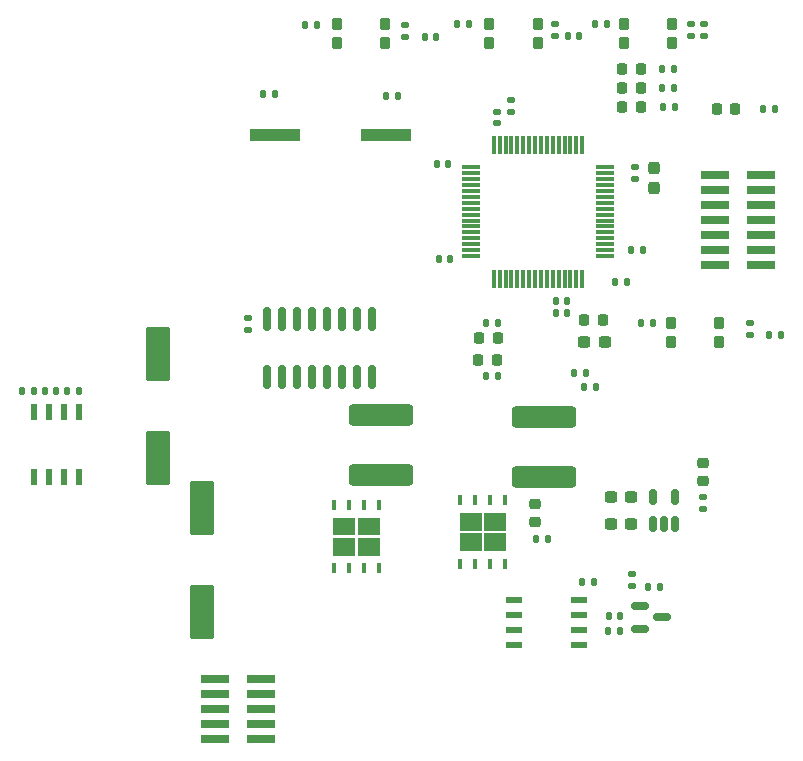
<source format=gbr>
%TF.GenerationSoftware,KiCad,Pcbnew,9.0.0*%
%TF.CreationDate,2025-03-28T09:56:41+01:00*%
%TF.ProjectId,Inverter_KiCAD,496e7665-7274-4657-925f-4b694341442e,rev?*%
%TF.SameCoordinates,Original*%
%TF.FileFunction,Paste,Top*%
%TF.FilePolarity,Positive*%
%FSLAX46Y46*%
G04 Gerber Fmt 4.6, Leading zero omitted, Abs format (unit mm)*
G04 Created by KiCad (PCBNEW 9.0.0) date 2025-03-28 09:56:41*
%MOMM*%
%LPD*%
G01*
G04 APERTURE LIST*
G04 Aperture macros list*
%AMRoundRect*
0 Rectangle with rounded corners*
0 $1 Rounding radius*
0 $2 $3 $4 $5 $6 $7 $8 $9 X,Y pos of 4 corners*
0 Add a 4 corners polygon primitive as box body*
4,1,4,$2,$3,$4,$5,$6,$7,$8,$9,$2,$3,0*
0 Add four circle primitives for the rounded corners*
1,1,$1+$1,$2,$3*
1,1,$1+$1,$4,$5*
1,1,$1+$1,$6,$7*
1,1,$1+$1,$8,$9*
0 Add four rect primitives between the rounded corners*
20,1,$1+$1,$2,$3,$4,$5,0*
20,1,$1+$1,$4,$5,$6,$7,0*
20,1,$1+$1,$6,$7,$8,$9,0*
20,1,$1+$1,$8,$9,$2,$3,0*%
G04 Aperture macros list end*
%ADD10C,0.000000*%
%ADD11RoundRect,0.140000X0.140000X0.170000X-0.140000X0.170000X-0.140000X-0.170000X0.140000X-0.170000X0*%
%ADD12RoundRect,0.135000X-0.135000X-0.185000X0.135000X-0.185000X0.135000X0.185000X-0.135000X0.185000X0*%
%ADD13RoundRect,0.150000X0.150000X-0.512500X0.150000X0.512500X-0.150000X0.512500X-0.150000X-0.512500X0*%
%ADD14RoundRect,0.135000X0.135000X0.185000X-0.135000X0.185000X-0.135000X-0.185000X0.135000X-0.185000X0*%
%ADD15RoundRect,0.140000X-0.140000X-0.170000X0.140000X-0.170000X0.140000X0.170000X-0.140000X0.170000X0*%
%ADD16RoundRect,0.135000X-0.185000X0.135000X-0.185000X-0.135000X0.185000X-0.135000X0.185000X0.135000X0*%
%ADD17RoundRect,0.218750X0.218750X0.256250X-0.218750X0.256250X-0.218750X-0.256250X0.218750X-0.256250X0*%
%ADD18RoundRect,0.250000X2.450000X-0.650000X2.450000X0.650000X-2.450000X0.650000X-2.450000X-0.650000X0*%
%ADD19R,2.400000X0.740000*%
%ADD20RoundRect,0.237500X0.300000X0.237500X-0.300000X0.237500X-0.300000X-0.237500X0.300000X-0.237500X0*%
%ADD21R,1.460500X0.508000*%
%ADD22RoundRect,0.225000X-0.225000X-0.275000X0.225000X-0.275000X0.225000X0.275000X-0.225000X0.275000X0*%
%ADD23RoundRect,0.150000X-0.587500X-0.150000X0.587500X-0.150000X0.587500X0.150000X-0.587500X0.150000X0*%
%ADD24RoundRect,0.135000X0.185000X-0.135000X0.185000X0.135000X-0.185000X0.135000X-0.185000X-0.135000X0*%
%ADD25RoundRect,0.075000X-0.700000X-0.075000X0.700000X-0.075000X0.700000X0.075000X-0.700000X0.075000X0*%
%ADD26RoundRect,0.075000X-0.075000X-0.700000X0.075000X-0.700000X0.075000X0.700000X-0.075000X0.700000X0*%
%ADD27RoundRect,0.140000X-0.170000X0.140000X-0.170000X-0.140000X0.170000X-0.140000X0.170000X0.140000X0*%
%ADD28R,0.409999X0.810001*%
%ADD29RoundRect,0.250001X0.799999X-2.049999X0.799999X2.049999X-0.799999X2.049999X-0.799999X-2.049999X0*%
%ADD30R,4.318000X1.016000*%
%ADD31R,0.508000X1.460500*%
%ADD32RoundRect,0.150000X0.150000X-0.825000X0.150000X0.825000X-0.150000X0.825000X-0.150000X-0.825000X0*%
%ADD33RoundRect,0.218750X0.256250X-0.218750X0.256250X0.218750X-0.256250X0.218750X-0.256250X-0.218750X0*%
%ADD34RoundRect,0.140000X0.170000X-0.140000X0.170000X0.140000X-0.170000X0.140000X-0.170000X-0.140000X0*%
%ADD35RoundRect,0.237500X-0.237500X0.300000X-0.237500X-0.300000X0.237500X-0.300000X0.237500X0.300000X0*%
%ADD36RoundRect,0.250001X-0.799999X2.049999X-0.799999X-2.049999X0.799999X-2.049999X0.799999X2.049999X0*%
%ADD37RoundRect,0.237500X-0.300000X-0.237500X0.300000X-0.237500X0.300000X0.237500X-0.300000X0.237500X0*%
G04 APERTURE END LIST*
D10*
%TO.C,U7*%
G36*
X179700000Y-128499999D02*
G01*
X177833999Y-128499999D01*
X177833999Y-127000000D01*
X179700000Y-127000000D01*
X179700000Y-128499999D01*
G37*
G36*
X179700000Y-126800003D02*
G01*
X177833999Y-126800003D01*
X177833999Y-125300003D01*
X179700000Y-125300003D01*
X179700000Y-126800003D01*
G37*
G36*
X181766001Y-128499999D02*
G01*
X179900000Y-128499999D01*
X179900000Y-127000000D01*
X181766001Y-127000000D01*
X181766001Y-128499999D01*
G37*
G36*
X181766001Y-126800003D02*
G01*
X179900000Y-126800003D01*
X179900000Y-125300003D01*
X181766001Y-125300003D01*
X181766001Y-126800003D01*
G37*
%TO.C,U8*%
G36*
X168997056Y-128889455D02*
G01*
X167131055Y-128889455D01*
X167131055Y-127389456D01*
X168997056Y-127389456D01*
X168997056Y-128889455D01*
G37*
G36*
X168997056Y-127189459D02*
G01*
X167131055Y-127189459D01*
X167131055Y-125689459D01*
X168997056Y-125689459D01*
X168997056Y-127189459D01*
G37*
G36*
X171063057Y-128889455D02*
G01*
X169197056Y-128889455D01*
X169197056Y-127389456D01*
X171063057Y-127389456D01*
X171063057Y-128889455D01*
G37*
G36*
X171063057Y-127189459D02*
G01*
X169197056Y-127189459D01*
X169197056Y-125689459D01*
X171063057Y-125689459D01*
X171063057Y-127189459D01*
G37*
%TD*%
D11*
%TO.C,C29*%
X186939556Y-108372056D03*
X185979556Y-108372056D03*
%TD*%
D12*
%TO.C,R19*%
X194990000Y-89300000D03*
X196010000Y-89300000D03*
%TD*%
D13*
%TO.C,BU33SD5WG-TR1*%
X194200000Y-126200000D03*
X195150000Y-126200000D03*
X196100000Y-126200000D03*
X196100000Y-123925000D03*
X194200000Y-123925000D03*
%TD*%
D14*
%TO.C,R23*%
X194220000Y-109200000D03*
X193200000Y-109200000D03*
%TD*%
D12*
%TO.C,R3*%
X187490000Y-113400000D03*
X188510000Y-113400000D03*
%TD*%
D15*
%TO.C,C5*%
X188220000Y-131100000D03*
X189180000Y-131100000D03*
%TD*%
D16*
%TO.C,R22*%
X202447056Y-109177056D03*
X202447056Y-110197056D03*
%TD*%
D17*
%TO.C,L1*%
X189947056Y-108972056D03*
X188372056Y-108972056D03*
%TD*%
D16*
%TO.C,R16*%
X197397056Y-83877056D03*
X197397056Y-84897056D03*
%TD*%
D17*
%TO.C,D5*%
X180987500Y-112300000D03*
X179412500Y-112300000D03*
%TD*%
D12*
%TO.C,R21*%
X203512056Y-91067056D03*
X204532056Y-91067056D03*
%TD*%
D18*
%TO.C,C1*%
X185000000Y-122250000D03*
X185000000Y-117150000D03*
%TD*%
D19*
%TO.C,J6*%
X203347056Y-104307056D03*
X199447056Y-104307056D03*
X203347056Y-103037056D03*
X199447056Y-103037056D03*
X203347056Y-101767056D03*
X199447056Y-101767056D03*
X203347056Y-100497056D03*
X199447056Y-100497056D03*
X203347056Y-99227056D03*
X199447056Y-99227056D03*
X203347056Y-97957056D03*
X199447056Y-97957056D03*
X203347056Y-96687056D03*
X199447056Y-96687056D03*
%TD*%
D12*
%TO.C,R20*%
X195090000Y-90900000D03*
X196110000Y-90900000D03*
%TD*%
D18*
%TO.C,C4*%
X171200000Y-122100000D03*
X171200000Y-117000000D03*
%TD*%
D14*
%TO.C,R25*%
X165797056Y-83947056D03*
X164777056Y-83947056D03*
%TD*%
D20*
%TO.C,C18*%
X192362500Y-123900000D03*
X190637500Y-123900000D03*
%TD*%
D17*
%TO.C,D10*%
X193175000Y-89300000D03*
X191600000Y-89300000D03*
%TD*%
D21*
%TO.C,U3*%
X182472906Y-132692056D03*
X182472906Y-133962056D03*
X182472906Y-135232056D03*
X182472906Y-136502056D03*
X187921206Y-136502056D03*
X187921206Y-135232056D03*
X187921206Y-133962056D03*
X187921206Y-132692056D03*
%TD*%
D22*
%TO.C,SW2*%
X191747056Y-83897056D03*
X195847056Y-83897056D03*
X191747056Y-85497056D03*
X195847056Y-85497056D03*
%TD*%
D12*
%TO.C,R18*%
X195000000Y-87700000D03*
X196020000Y-87700000D03*
%TD*%
D17*
%TO.C,D11*%
X193187500Y-90900000D03*
X191612500Y-90900000D03*
%TD*%
D14*
%TO.C,R17*%
X190317056Y-83897056D03*
X189297056Y-83897056D03*
%TD*%
D15*
%TO.C,C22*%
X161217056Y-89797056D03*
X162177056Y-89797056D03*
%TD*%
D14*
%TO.C,R14*%
X178610000Y-83900000D03*
X177590000Y-83900000D03*
%TD*%
D23*
%TO.C,Q5*%
X193109556Y-133172056D03*
X193109556Y-135072056D03*
X194984556Y-134122056D03*
%TD*%
D12*
%TO.C,R12*%
X193754556Y-131522056D03*
X194774556Y-131522056D03*
%TD*%
D20*
%TO.C,C17*%
X192362500Y-126200000D03*
X190637500Y-126200000D03*
%TD*%
D24*
%TO.C,R15*%
X182197056Y-91307056D03*
X182197056Y-90287056D03*
%TD*%
D16*
%TO.C,R10*%
X198400000Y-123900000D03*
X198400000Y-124920000D03*
%TD*%
D14*
%TO.C,R1*%
X181110000Y-109200000D03*
X180090000Y-109200000D03*
%TD*%
D25*
%TO.C,U6*%
X178797056Y-96027056D03*
X178797056Y-96527056D03*
X178797056Y-97027056D03*
X178797056Y-97527056D03*
X178797056Y-98027056D03*
X178797056Y-98527056D03*
X178797056Y-99027056D03*
X178797056Y-99527056D03*
X178797056Y-100027056D03*
X178797056Y-100527056D03*
X178797056Y-101027056D03*
X178797056Y-101527056D03*
X178797056Y-102027056D03*
X178797056Y-102527056D03*
X178797056Y-103027056D03*
X178797056Y-103527056D03*
D26*
X180722056Y-105452056D03*
X181222056Y-105452056D03*
X181722056Y-105452056D03*
X182222056Y-105452056D03*
X182722056Y-105452056D03*
X183222056Y-105452056D03*
X183722056Y-105452056D03*
X184222056Y-105452056D03*
X184722056Y-105452056D03*
X185222056Y-105452056D03*
X185722056Y-105452056D03*
X186222056Y-105452056D03*
X186722056Y-105452056D03*
X187222056Y-105452056D03*
X187722056Y-105452056D03*
X188222056Y-105452056D03*
D25*
X190147056Y-103527056D03*
X190147056Y-103027056D03*
X190147056Y-102527056D03*
X190147056Y-102027056D03*
X190147056Y-101527056D03*
X190147056Y-101027056D03*
X190147056Y-100527056D03*
X190147056Y-100027056D03*
X190147056Y-99527056D03*
X190147056Y-99027056D03*
X190147056Y-98527056D03*
X190147056Y-98027056D03*
X190147056Y-97527056D03*
X190147056Y-97027056D03*
X190147056Y-96527056D03*
X190147056Y-96027056D03*
D26*
X188222056Y-94102056D03*
X187722056Y-94102056D03*
X187222056Y-94102056D03*
X186722056Y-94102056D03*
X186222056Y-94102056D03*
X185722056Y-94102056D03*
X185222056Y-94102056D03*
X184722056Y-94102056D03*
X184222056Y-94102056D03*
X183722056Y-94102056D03*
X183222056Y-94102056D03*
X182722056Y-94102056D03*
X182222056Y-94102056D03*
X181722056Y-94102056D03*
X181222056Y-94102056D03*
X180722056Y-94102056D03*
%TD*%
D27*
%TO.C,C31*%
X198497056Y-83917056D03*
X198497056Y-84877056D03*
%TD*%
D11*
%TO.C,C24*%
X177057056Y-103797056D03*
X176097056Y-103797056D03*
%TD*%
D22*
%TO.C,SW7*%
X195697056Y-109197056D03*
X199797056Y-109197056D03*
X195697056Y-110797056D03*
X199797056Y-110797056D03*
%TD*%
D17*
%TO.C,D1*%
X181087500Y-110500000D03*
X179512500Y-110500000D03*
%TD*%
D22*
%TO.C,SW1*%
X180350000Y-83900000D03*
X184450000Y-83900000D03*
X180350000Y-85500000D03*
X184450000Y-85500000D03*
%TD*%
D28*
%TO.C,U7*%
X181705000Y-124207600D03*
X180435000Y-124207600D03*
X179165000Y-124207600D03*
X177895000Y-124207600D03*
X177895000Y-129592400D03*
X179165000Y-129592400D03*
X180435000Y-129592400D03*
X181705000Y-129592400D03*
%TD*%
D15*
%TO.C,C6*%
X190492906Y-134032056D03*
X191452906Y-134032056D03*
%TD*%
%TO.C,C14*%
X142720000Y-115000000D03*
X143680000Y-115000000D03*
%TD*%
D22*
%TO.C,SW8*%
X167447056Y-83897056D03*
X171547056Y-83897056D03*
X167447056Y-85497056D03*
X171547056Y-85497056D03*
%TD*%
D11*
%TO.C,C26*%
X186939556Y-107372056D03*
X185979556Y-107372056D03*
%TD*%
D12*
%TO.C,R6*%
X184290000Y-127500000D03*
X185310000Y-127500000D03*
%TD*%
%TO.C,R5*%
X188390000Y-114600000D03*
X189410000Y-114600000D03*
%TD*%
D11*
%TO.C,C20*%
X187980000Y-84900000D03*
X187020000Y-84900000D03*
%TD*%
D29*
%TO.C,C10*%
X152300000Y-120600000D03*
X152300000Y-111800000D03*
%TD*%
D24*
%TO.C,R11*%
X192397056Y-131497056D03*
X192397056Y-130477056D03*
%TD*%
D30*
%TO.C,Y1*%
X162198056Y-93297056D03*
X171596056Y-93297056D03*
%TD*%
D28*
%TO.C,U8*%
X171002056Y-124597056D03*
X169732056Y-124597056D03*
X168462056Y-124597056D03*
X167192056Y-124597056D03*
X167192056Y-129981856D03*
X168462056Y-129981856D03*
X169732056Y-129981856D03*
X171002056Y-129981856D03*
%TD*%
D31*
%TO.C,U2*%
X141795000Y-122224150D03*
X143065000Y-122224150D03*
X144335000Y-122224150D03*
X145605000Y-122224150D03*
X145605000Y-116775850D03*
X144335000Y-116775850D03*
X143065000Y-116775850D03*
X141795000Y-116775850D03*
%TD*%
D19*
%TO.C,J3*%
X161000000Y-144380000D03*
X157100000Y-144380000D03*
X161000000Y-143110000D03*
X157100000Y-143110000D03*
X161000000Y-141840000D03*
X157100000Y-141840000D03*
X161000000Y-140570000D03*
X157100000Y-140570000D03*
X161000000Y-139300000D03*
X157100000Y-139300000D03*
%TD*%
D11*
%TO.C,C39*%
X175877056Y-84997056D03*
X174917056Y-84997056D03*
%TD*%
D32*
%TO.C,U5*%
X161490000Y-113800000D03*
X162760000Y-113800000D03*
X164030000Y-113800000D03*
X165300000Y-113800000D03*
X166570000Y-113800000D03*
X167840000Y-113800000D03*
X169110000Y-113800000D03*
X170380000Y-113800000D03*
X170380000Y-108850000D03*
X169110000Y-108850000D03*
X167840000Y-108850000D03*
X166570000Y-108850000D03*
X165300000Y-108850000D03*
X164030000Y-108850000D03*
X162760000Y-108850000D03*
X161490000Y-108850000D03*
%TD*%
D11*
%TO.C,C38*%
X205027056Y-110197056D03*
X204067056Y-110197056D03*
%TD*%
D27*
%TO.C,C30*%
X192700000Y-96020000D03*
X192700000Y-96980000D03*
%TD*%
D33*
%TO.C,D3*%
X184200000Y-126087500D03*
X184200000Y-124512500D03*
%TD*%
D27*
%TO.C,C19*%
X159900000Y-108800000D03*
X159900000Y-109760000D03*
%TD*%
D14*
%TO.C,R7*%
X181110000Y-113700000D03*
X180090000Y-113700000D03*
%TD*%
D11*
%TO.C,C21*%
X172577056Y-89997056D03*
X171617056Y-89997056D03*
%TD*%
%TO.C,C28*%
X176877056Y-95697056D03*
X175917056Y-95697056D03*
%TD*%
D17*
%TO.C,D9*%
X193187500Y-87700000D03*
X191612500Y-87700000D03*
%TD*%
D34*
%TO.C,C32*%
X180997056Y-92277056D03*
X180997056Y-91317056D03*
%TD*%
D15*
%TO.C,C27*%
X191017056Y-105697056D03*
X191977056Y-105697056D03*
%TD*%
D17*
%TO.C,D12*%
X201174556Y-91097056D03*
X199599556Y-91097056D03*
%TD*%
D15*
%TO.C,C15*%
X144620000Y-115000000D03*
X145580000Y-115000000D03*
%TD*%
%TO.C,C16*%
X192367056Y-103047056D03*
X193327056Y-103047056D03*
%TD*%
%TO.C,C7*%
X190437056Y-135297056D03*
X191397056Y-135297056D03*
%TD*%
D35*
%TO.C,C23*%
X194297056Y-96037500D03*
X194297056Y-97762500D03*
%TD*%
D36*
%TO.C,C8*%
X156000000Y-124900000D03*
X156000000Y-133700000D03*
%TD*%
D16*
%TO.C,R13*%
X185900000Y-83890000D03*
X185900000Y-84910000D03*
%TD*%
%TO.C,R24*%
X173197056Y-83937056D03*
X173197056Y-84957056D03*
%TD*%
D33*
%TO.C,D8*%
X198400000Y-122587500D03*
X198400000Y-121012500D03*
%TD*%
D11*
%TO.C,C13*%
X141780000Y-115000000D03*
X140820000Y-115000000D03*
%TD*%
D37*
%TO.C,C25*%
X188397056Y-110772056D03*
X190122056Y-110772056D03*
%TD*%
M02*

</source>
